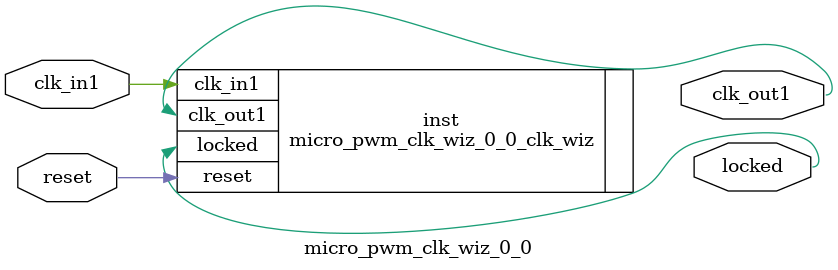
<source format=v>


`timescale 1ps/1ps

(* CORE_GENERATION_INFO = "micro_pwm_clk_wiz_0_0,clk_wiz_v6_0_10_0_0,{component_name=micro_pwm_clk_wiz_0_0,use_phase_alignment=true,use_min_o_jitter=false,use_max_i_jitter=false,use_dyn_phase_shift=false,use_inclk_switchover=false,use_dyn_reconfig=false,enable_axi=0,feedback_source=FDBK_AUTO,PRIMITIVE=MMCM,num_out_clk=1,clkin1_period=10.000,clkin2_period=10.000,use_power_down=false,use_reset=true,use_locked=true,use_inclk_stopped=false,feedback_type=SINGLE,CLOCK_MGR_TYPE=NA,manual_override=false}" *)

module micro_pwm_clk_wiz_0_0 
 (
  // Clock out ports
  output        clk_out1,
  // Status and control signals
  input         reset,
  output        locked,
 // Clock in ports
  input         clk_in1
 );

  micro_pwm_clk_wiz_0_0_clk_wiz inst
  (
  // Clock out ports  
  .clk_out1(clk_out1),
  // Status and control signals               
  .reset(reset), 
  .locked(locked),
 // Clock in ports
  .clk_in1(clk_in1)
  );

endmodule

</source>
